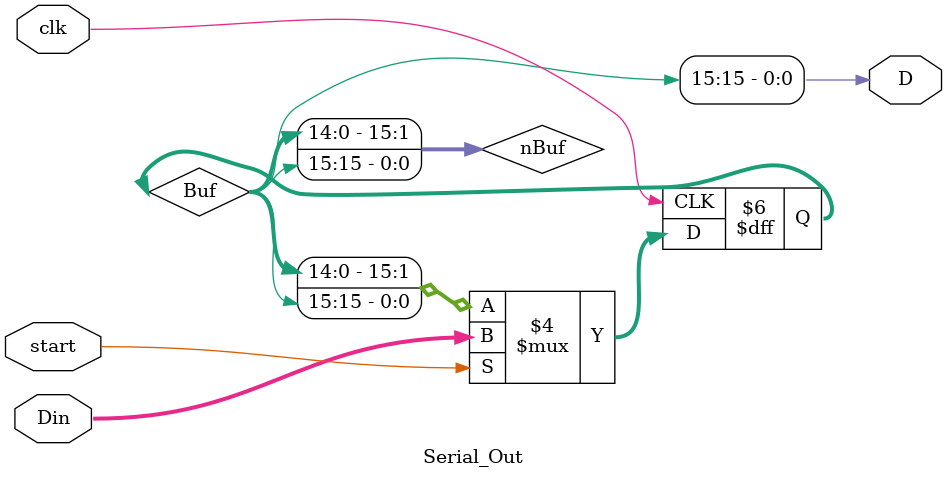
<source format=v>
module Serial_Out (clk, start, Din, D);
input clk, start;
input [15:0] Din;
output D;
reg [15:0] Buf;  //暫存值
wire [15:0] nBuf;  //下一個暫存值

assign nBuf = {Buf[14:0],Buf[15]};  //將現在的暫存值左移，因為要依序輸出最高位元

assign D = Buf[15];                 //輸出最高位元

always @ (posedge clk)
	if (start == 1'd1)               //start=1時讀取輸入並儲存到暫存器
		Buf <= Din; 
	else
		Buf <= nBuf;                  //start=0時將暫存器的最高位元依序輸出
		
endmodule

</source>
